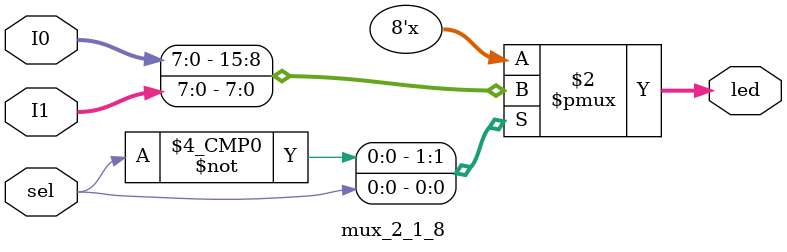
<source format=v>
`timescale 1ns / 1ps


module mux_2_1_8(
    input [7:0] I0,
    input [7:0] I1,
    input sel,
    output reg [7:0] led
    );
    
   always @(*) begin
        case(sel)
            1'b0: led = I0;
            1'b1: led = I1;
            default: led = 8'b00000000;
       endcase
    end
    
endmodule

</source>
